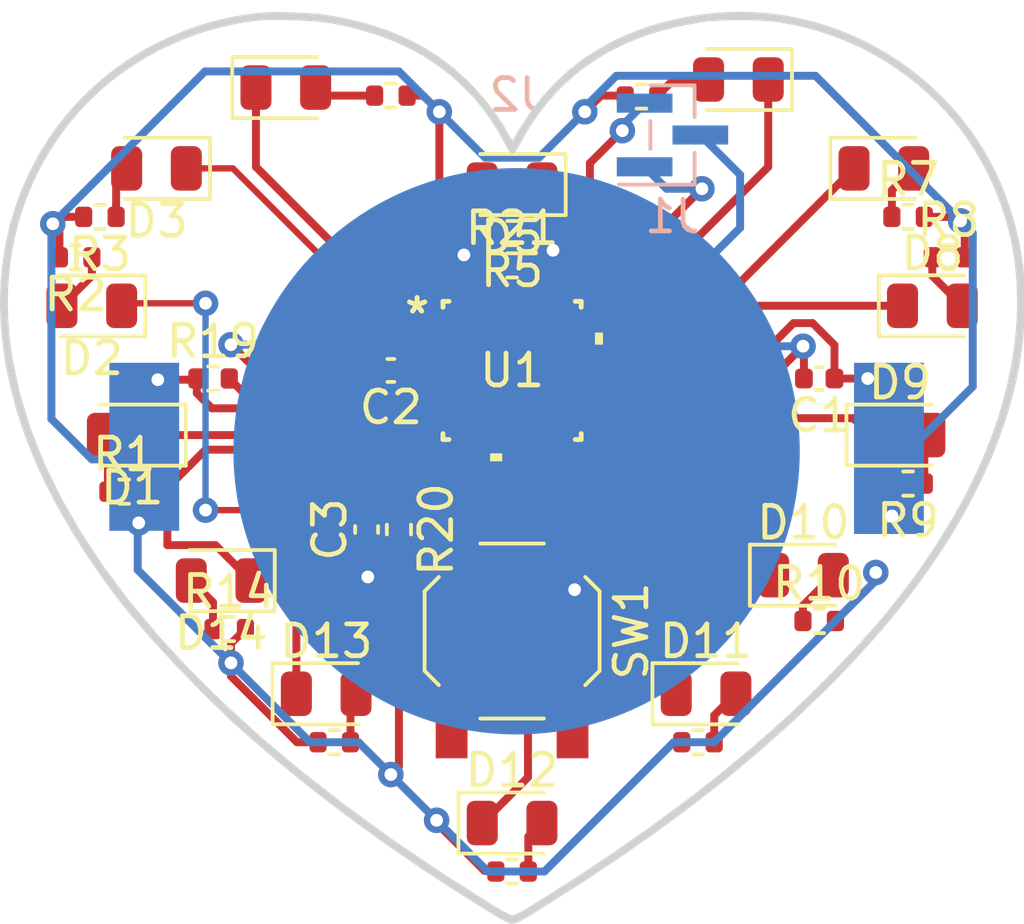
<source format=kicad_pcb>
(kicad_pcb (version 20211014) (generator pcbnew)
  (layers (0 "F.Cu" signal) (31 "B.Cu" signal) (34 "B.Paste" user) (35 "F.Paste" user) (36 "B.SilkS" user "B.Silkscreen") (37 "F.SilkS" user "F.Silkscreen") (38 "B.Mask" user) (39 "F.Mask" user) (44 "Edge.Cuts" user))
  (net 0 "")
  (net 1 "Net-(D1-Pad2)")
  (net 2 "Net-(D2-Pad2)")
  (net 3 "Net-(C3-Pad2)")
  (net 4 "Net-(D3-Pad2)")
  (net 5 "Net-(D4-Pad2)")
  (net 6 "Net-(D5-Pad2)")
  (net 7 "Net-(D6-Pad2)")
  (net 8 "Net-(D7-Pad2)")
  (net 9 "Net-(D8-Pad2)")
  (net 10 "Net-(D9-Pad2)")
  (net 11 "Net-(D10-Pad2)")
  (net 12 "Net-(D11-Pad2)")
  (net 13 "Net-(D12-Pad2)")
  (net 14 "Net-(D13-Pad2)")
  (net 15 "Net-(D14-Pad2)")
  (net 16 "+3V0")
  (net 17 "Net-(D3-Pad1)")
  (net 18 "Net-(D4-Pad1)")
  (net 19 "Net-(J1-Pad1)")
  (net 20 "GND")
  (net 21 "Net-(D1-Pad1)")
  (net 22 "Net-(D14-Pad1)")
  (net 23 "Net-(U1-Pad8)")
  (net 24 "Net-(U1-Pad20)")
  (net 25 "Net-(U1-Pad19)")
  (net 26 "Net-(U1-Pad18)")
  (net 27 "Net-(U1-Pad15)")
  (net 28 "Net-(U1-Pad14)")
  (net 29 "Net-(U1-Pad13)")
  (net 30 "Net-(J1-Pad3)")
  (net 31 "Net-(U1-Pad12)")
  (net 32 "Net-(D13-Pad1)")
  (net 33 "Net-(U1-Pad23)")
  (net 35 "Net-(C2-Pad1)")
  (net 36 "Net-(R21-Pad1)")
  (footprint "SamacSys_Parts:UFQFPN28-4x4mm" (layer "F.Cu") (at 106.934 92.71)
    (fp_text reference "U1")
    (fp_text value "STM32L031G6U6")
  )
  (footprint "Capacitor_SMD:C_0402_1005Metric" (layer "F.Cu") (at 102.362 97.71 90)
    (fp_text reference "C3")
    (fp_text value "100nF")
  )
  (footprint "Resistor_SMD:R_0402_1005Metric" (layer "F.Cu") (at 93.218 89.154 180)
    (fp_text reference "R2")
    (fp_text value "3.3k")
  )
  (footprint "Resistor_SMD:R_0402_1005Metric" (layer "F.Cu") (at 94.742 96.52)
    (fp_text reference "R1")
    (fp_text value "3.3k")
  )
  (footprint "Resistor_SMD:R_0402_1005Metric" (layer "F.Cu") (at 106.934 89.408)
    (fp_text reference "R21")
    (fp_text value "10k")
  )
  (footprint "Capacitor_SMD:C_0402_1005Metric" (layer "F.Cu") (at 103.124 92.71 180)
    (fp_text reference "C2")
    (fp_text value "100nF")
  )
  (footprint "Diode_SMD:D_0805_2012Metric" (layer "F.Cu") (at 120.142 90.678)
    (fp_text reference "D8")
    (fp_text value "LED")
  )
  (footprint "Resistor_SMD:R_0402_1005Metric" (layer "F.Cu") (at 103.378 97.71 -90)
    (fp_text reference "R20")
    (fp_text value "10k")
  )
  (footprint "Resistor_SMD:R_0402_1005Metric" (layer "F.Cu") (at 112.776 104.394 180)
    (fp_text reference "R11" hide)
    (fp_text value "3.3k")
  )
  (footprint "Resistor_SMD:R_0402_1005Metric" (layer "F.Cu") (at 116.586 100.584)
    (fp_text reference "R10")
    (fp_text value "3.3k")
  )
  (footprint "Resistor_SMD:R_0402_1005Metric" (layer "F.Cu") (at 93.98 87.884 180)
    (fp_text reference "R3")
    (fp_text value "3.3k")
  )
  (footprint "Resistor_SMD:R_0402_1005Metric" (layer "F.Cu") (at 106.934 108.458 180)
    (fp_text reference "R12" hide)
    (fp_text value "3.3k")
  )
  (footprint "Diode_SMD:D_0805_2012Metric" (layer "F.Cu") (at 95.758 86.36 180)
    (fp_text reference "D3")
    (fp_text value "LED")
  )
  (footprint "Resistor_SMD:R_0402_1005Metric" (layer "F.Cu") (at 106.934 88.392 180)
    (fp_text reference "R5")
    (fp_text value "3.3k")
  )
  (footprint "Resistor_SMD:R_0402_1005Metric" (layer "F.Cu") (at 98.044 100.838)
    (fp_text reference "R14")
    (fp_text value "3.3k")
  )
  (footprint "Resistor_SMD:R_0402_1005Metric" (layer "F.Cu") (at 120.65 89.154)
    (fp_text reference "R8")
    (fp_text value "3.3k")
  )
  (footprint "Diode_SMD:D_0805_2012Metric" (layer "F.Cu") (at 118.618 86.36)
    (fp_text reference "D7" hide)
    (fp_text value "LED")
  )
  (footprint "Resistor_SMD:R_0402_1005Metric" (layer "F.Cu") (at 101.346 104.394 180)
    (fp_text reference "R13" hide)
    (fp_text value "3.3k")
  )
  (footprint "Diode_SMD:D_0805_2012Metric" (layer "F.Cu") (at 106.934 106.934)
    (fp_text reference "D12")
    (fp_text value "LED")
  )
  (footprint "Diode_SMD:D_0805_2012Metric" (layer "F.Cu") (at 94.996 94.742 180)
    (fp_text reference "D1")
    (fp_text value "LED")
  )
  (footprint "Resistor_SMD:R_0402_1005Metric" (layer "F.Cu") (at 97.536 92.964)
    (fp_text reference "R19")
    (fp_text value "10k")
  )
  (footprint "Diode_SMD:D_0805_2012Metric" (layer "F.Cu") (at 93.726 90.678 180)
    (fp_text reference "D2")
    (fp_text value "LED")
  )
  (footprint "Diode_SMD:D_0805_2012Metric" (layer "F.Cu") (at 116.092 99.144)
    (fp_text reference "D10")
    (fp_text value "LED")
  )
  (footprint "Diode_SMD:D_0805_2012Metric" (layer "F.Cu") (at 106.934 86.868 180)
    (fp_text reference "D5")
    (fp_text value "LED")
  )
  (footprint "Resistor_SMD:R_0402_1005Metric" (layer "F.Cu") (at 111 84.1 180)
    (fp_text reference "R6" hide)
    (fp_text value "3.3k")
  )
  (footprint "Resistor_SMD:R_0402_1005Metric" (layer "F.Cu") (at 103.124 84.074)
    (fp_text reference "R4" hide)
    (fp_text value "3.3k")
  )
  (footprint "Diode_SMD:D_0805_2012Metric" (layer "F.Cu") (at 114.046 83.566 180)
    (fp_text reference "D6" hide)
    (fp_text value "LED")
  )
  (footprint "Diode_SMD:D_0805_2012Metric" (layer "F.Cu") (at 99.822 83.82)
    (fp_text reference "D4" hide)
    (fp_text value "LED")
  )
  (footprint "Resistor_SMD:R_0402_1005Metric" (layer "F.Cu") (at 119.38 87.884)
    (fp_text reference "R7")
    (fp_text value "3.3k")
  )
  (footprint "Button_Switch_SMD:SW_SPST_TL3342" (layer "F.Cu") (at 106.934 100.9 -90)
    (fp_text reference "SW1")
    (fp_text value "SW_DIP_x01")
  )
  (footprint "Diode_SMD:D_0805_2012Metric" (layer "F.Cu") (at 119.126 94.742)
    (fp_text reference "D9")
    (fp_text value "LED")
  )
  (footprint "Diode_SMD:D_0805_2012Metric" (layer "F.Cu") (at 97.79 99.314 180)
    (fp_text reference "D14")
    (fp_text value "LED")
  )
  (footprint "Diode_SMD:D_0805_2012Metric" (layer "F.Cu") (at 113.03 102.87)
    (fp_text reference "D11")
    (fp_text value "LED")
  )
  (footprint "Capacitor_SMD:C_0402_1005Metric" (layer "F.Cu") (at 116.586 92.964 180)
    (fp_text reference "C1")
    (fp_text value "100nF")
  )
  (footprint "Diode_SMD:D_0805_2012Metric" (layer "F.Cu") (at 101.092 102.87)
    (fp_text reference "D13")
    (fp_text value "LED")
  )
  (footprint "Resistor_SMD:R_0402_1005Metric" (layer "F.Cu") (at 119.38 96.266 180)
    (fp_text reference "R9")
    (fp_text value "3.3k")
  )
  (footprint "SamacSys_Parts:BatteryHolder_MPD_BC2003_1x2032" (layer "B.Cu") (at 107.075252 95.25 180)
    (fp_text reference "J2")
    (fp_text value "Conn_01x02_Female")
  )
  (footprint "Connector_PinHeader_1.00mm:PinHeader_1x03_P1.00mm_Vertical_SMD_Pin1Left" (layer "B.Cu") (at 111.975 85.31)
    (fp_text reference "J1")
    (fp_text value "Conn_01x03_Female")
  )
  (gr_poly (pts (xy 114.377306 81.440938) (xy 114.882259 81.472035) (xy 115.384043 81.532191) (xy 115.881406 81.620991) (xy 116.373093 81.73802) (xy 116.857851 81.882864) (xy 117.334428 82.055109) (xy 117.801568 82.254341) (xy 118.258018 82.480144) (xy 118.702525 82.732105) (xy 119.133835 83.009809) (xy 119.550695 83.312842) (xy 119.951851 83.640789) (xy 120.336049 83.993237) (xy 120.606483 84.267021) (xy 120.863201 84.549873) (xy 121.106166 84.841717) (xy 121.335342 85.142471) (xy 121.550691 85.452059) (xy 121.752178 85.7704) (xy 121.939765 86.097418) (xy 122.113415 86.433032) (xy 122.273093 86.777164) (xy 122.418761 87.129735) (xy 122.550382 87.490668) (xy 122.66792 87.859882) (xy 122.771338 88.2373) (xy 122.8606 88.622843) (xy 122.935668 89.016432) (xy 122.996506 89.417988) (xy 123.018199 89.651293) (xy 123.032423 89.950393) (xy 123.03943 90.294139) (xy 123.039472 90.661384) (xy 123.0328 91.030979) (xy 123.019667 91.381776) (xy 123.000323 91.692625) (xy 122.975021 91.942378) (xy 122.93229 92.2354) (xy 122.883259 92.526528) (xy 122.827839 92.816051) (xy 122.765942 93.104257) (xy 122.697478 93.391436) (xy 122.622357 93.677875) (xy 122.540492 93.963863) (xy 122.451791 94.249688) (xy 122.356168 94.535639) (xy 122.253531 94.822005) (xy 122.143793 95.109073) (xy 122.026863 95.397133) (xy 121.902654 95.686472) (xy 121.771074 95.97738) (xy 121.485451 96.565055) (xy 121.275145 96.965496) (xy 121.05362 97.364032) (xy 120.82065 97.760943) (xy 120.57601 98.156505) (xy 120.319474 98.550998) (xy 120.050816 98.944699) (xy 119.769811 99.337885) (xy 119.476233 99.730836) (xy 119.169857 100.123829) (xy 118.850458 100.517141) (xy 118.517809 100.911052) (xy 118.171686 101.305838) (xy 117.811862 101.701779) (xy 117.438112 102.099151) (xy 117.050211 102.498233) (xy 116.647933 102.899303) (xy 115.739149 103.765041) (xy 114.791678 104.611938) (xy 113.799056 105.444988) (xy 112.754822 106.269184) (xy 111.652513 107.08952) (xy 110.485669 107.910988) (xy 109.247825 108.738583) (xy 107.932522 109.577298) (xy 107.706519 109.717693) (xy 107.519623 109.831695) (xy 107.439425 109.879572) (xy 107.367304 109.921779) (xy 107.302694 109.958625) (xy 107.245029 109.990421) (xy 107.193742 110.017474) (xy 107.148266 110.040096) (xy 107.108036 110.058594) (xy 107.072484 110.07328) (xy 107.041045 110.084461) (xy 107.013151 110.092449) (xy 106.988236 110.097551) (xy 106.965735 110.100078) (xy 106.943036 110.100689) (xy 106.920102 110.099596) (xy 106.896192 110.096436) (xy 106.870566 110.090848) (xy 106.842486 110.082469) (xy 106.811212 110.070938) (xy 106.776004 110.055892) (xy 106.736122 110.03697) (xy 106.639381 109.986051) (xy 106.515071 109.915283) (xy 106.357275 109.821773) (xy 106.160078 109.702624) (xy 105.102592 109.039929) (xy 104.075611 108.367583) (xy 103.078758 107.685335) (xy 102.111656 106.992932) (xy 101.173926 106.290123) (xy 100.265192 105.576655) (xy 99.385076 104.852278) (xy 98.533199 104.11674) (xy 98.100075 103.721968) (xy 97.634221 103.277514) (xy 97.149233 102.797477) (xy 96.658706 102.295955) (xy 96.176235 101.787049) (xy 95.715416 101.284857) (xy 95.289845 100.803477) (xy 94.913117 100.35701) (xy 94.668058 100.052756) (xy 94.427331 99.742082) (xy 93.960764 99.104662) (xy 93.517192 98.45113) (xy 93.10039 97.787862) (xy 92.714137 97.121237) (xy 92.533646 96.788659) (xy 92.362208 96.457634) (xy 92.200295 96.128959) (xy 92.04838 95.80343) (xy 91.906933 95.481846) (xy 91.776429 95.165004) (xy 91.527209 94.492089) (xy 91.31661 93.823397) (xy 91.144563 93.159793) (xy 91.010999 92.502142) (xy 90.915851 91.851309) (xy 90.859051 91.208161) (xy 90.840529 90.573563) (xy 90.844802 90.437893) (xy 91.089228 90.437893) (xy 91.091341 90.825536) (xy 91.108455 91.217166) (xy 91.140597 91.612688) (xy 91.187792 92.012007) (xy 91.250067 92.415029) (xy 91.481812 93.482199) (xy 91.812466 94.554641) (xy 92.240984 95.631163) (xy 92.766323 96.710576) (xy 93.387438 97.791688) (xy 94.103286 98.873308) (xy 94.912822 99.954247) (xy 95.815005 101.033314) (xy 96.808788 102.109317) (xy 97.893129 103.181066) (xy 99.066984 104.247371) (xy 100.329309 105.307041) (xy 101.67906 106.358885) (xy 103.115194 107.401712) (xy 104.636667 108.434333) (xy 106.242434 109.455555) (xy 106.387005 109.544548) (xy 106.514791 109.620995) (xy 106.572495 109.654579) (xy 106.626128 109.685104) (xy 106.675733 109.712599) (xy 106.721352 109.737087) (xy 106.763027 109.758597) (xy 106.800799 109.777153) (xy 106.834711 109.792783) (xy 106.864804 109.805512) (xy 106.891121 109.815366) (xy 106.913703 109.822373) (xy 106.932592 109.826558) (xy 106.940665 109.8276) (xy 106.947831 109.827947) (xy 106.963787 109.826474) (xy 106.983498 109.822037) (xy 107.007028 109.814611) (xy 107.034439 109.804169) (xy 107.101157 109.774132) (xy 107.184157 109.731716) (xy 107.283941 109.676712) (xy 107.401013 109.60891) (xy 107.535877 109.528099) (xy 107.689035 109.434071) (xy 108.943243 108.640793) (xy 110.152217 107.836522) (xy 111.312348 107.024026) (xy 112.420027 106.206075) (xy 113.471646 105.385438) (xy 114.463597 104.564886) (xy 115.39227 103.747187) (xy 115.831749 103.340273) (xy 116.254056 102.935111) (xy 116.979539 102.211496) (xy 117.63889 101.521575) (xy 117.946389 101.186038) (xy 118.240503 100.855069) (xy 118.52228 100.527384) (xy 118.792769 100.201698) (xy 119.05302 99.876724) (xy 119.304081 99.551179) (xy 119.547002 99.223777) (xy 119.782831 98.893234) (xy 120.012618 98.558263) (xy 120.237411 98.217581) (xy 120.676214 97.51394) (xy 120.991645 96.967157) (xy 121.28254 96.417694) (xy 121.548698 95.866396) (xy 121.789922 95.314106) (xy 122.00601 94.761669) (xy 122.196764 94.20993) (xy 122.361985 93.659733) (xy 122.501473 93.111922) (xy 122.615029 92.567343) (xy 122.702453 92.026839) (xy 122.763547 91.491255) (xy 122.798111 90.961436) (xy 122.805946 90.438225) (xy 122.786851 89.922468) (xy 122.740629 89.415008) (xy 122.66708 88.916691) (xy 122.612569 88.637688) (xy 122.548554 88.359592) (xy 122.475265 88.082892) (xy 122.392934 87.808074) (xy 122.301791 87.535628) (xy 122.202066 87.26604) (xy 122.093992 86.999798) (xy 121.977797 86.737391) (xy 121.853715 86.479305) (xy 121.721974 86.22603) (xy 121.582806 85.978052) (xy 121.436441 85.735859) (xy 121.283111 85.49994) (xy 121.123047 85.270782) (xy 120.956478 85.048873) (xy 120.783636 84.8347) (xy 120.517349 84.531239) (xy 120.238468 84.241395) (xy 119.947492 83.965441) (xy 119.644918 83.703648) (xy 119.331246 83.45629) (xy 119.006974 83.223639) (xy 118.672599 83.005968) (xy 118.328621 82.803551) (xy 117.975537 82.616659) (xy 117.613846 82.445565) (xy 117.244045 82.290543) (xy 116.866634 82.151864) (xy 116.482111 82.029802) (xy 116.090973 81.92463) (xy 115.69372 81.83662) (xy 115.290849 81.766044) (xy 115.044424 81.737853) (xy 114.750835 81.71776) (xy 114.426027 81.705808) (xy 114.085945 81.702038) (xy 113.746534 81.706493) (xy 113.42374 81.719215) (xy 113.133508 81.740244) (xy 113.005586 81.753888) (xy 112.891784 81.769624) (xy 112.599713 81.818124) (xy 112.316915 81.87229) (xy 112.043265 81.932077) (xy 111.778636 81.997446) (xy 111.522903 82.068354) (xy 111.27594 82.144758) (xy 111.03762 82.226617) (xy 110.807819 82.31389) (xy 110.51343 82.438252) (xy 110.227837 82.573623) (xy 109.951109 82.719936) (xy 109.683313 82.877122) (xy 109.424518 83.045114) (xy 109.174792 83.223842) (xy 108.934203 83.413238) (xy 108.702819 83.613235) (xy 108.480708 83.823765) (xy 108.267939 84.044758) (xy 108.06458 84.276147) (xy 107.870699 84.517864) (xy 107.686365 84.769841) (xy 107.511644 85.032009) (xy 107.346606 85.3043) (xy 107.191319 85.586646) (xy 107.167538 85.631369) (xy 107.145756 85.671687) (xy 107.125788 85.707809) (xy 107.107452 85.739944) (xy 107.090563 85.768303) (xy 107.074939 85.793095) (xy 107.067543 85.804219) (xy 107.060395 85.81453) (xy 107.053471 85.824055) (xy 107.046748 85.832818) (xy 107.040203 85.840848) (xy 107.033814 85.848169) (xy 107.027557 85.854809) (xy 107.02141 85.860792) (xy 107.015349 85.866147) (xy 107.009352 85.870898) (xy 107.003396 85.875072) (xy 106.997457 85.878696) (xy 106.991513 85.881795) (xy 106.985541 85.884396) (xy 106.979518 85.886524) (xy 106.97342 85.888207) (xy 106.967226 85.88947) (xy 106.960911 85.89034) (xy 106.954454 85.890843) (xy 106.947831 85.891005) (xy 106.934707 85.890331) (xy 106.92206 85.888137) (xy 106.909696 85.88416) (xy 106.897422 85.878136) (xy 106.885043 85.869805) (xy 106.872364 85.858904) (xy 106.859193 85.845171) (xy 106.845334 85.828342) (xy 106.830595 85.808157) (xy 106.81478 85.784353) (xy 106.797695 85.756667) (xy 106.779148 85.724838) (xy 106.736886 85.647699) (xy 106.686441 85.550838) (xy 106.520976 85.24954) (xy 106.342939 84.959387) (xy 106.152512 84.680533) (xy 105.949881 84.413129) (xy 105.735227 84.157327) (xy 105.508735 83.913279) (xy 105.270588 83.681138) (xy 105.02097 83.461056) (xy 104.760064 83.253184) (xy 104.488055 83.057675) (xy 104.205125 82.874681) (xy 103.911458 82.704354) (xy 103.607238 82.546846) (xy 103.292649 82.40231) (xy 102.967873 82.270896) (xy 102.633094 82.152759) (xy 102.424959 82.086809) (xy 102.227525 82.027994) (xy 102.03672 81.975388) (xy 101.848474 81.92807) (xy 101.658719 81.885116) (xy 101.463382 81.845603) (xy 101.258394 81.808607) (xy 101.039685 81.773206) (xy 100.868518 81.753687) (xy 100.639151 81.735888) (xy 100.370927 81.720523) (xy 100.083192 81.708306) (xy 99.795289 81.699948) (xy 99.526562 81.696165) (xy 99.296355 81.697668) (xy 99.124013 81.705172) (xy 98.914115 81.724883) (xy 98.703499 81.750406) (xy 98.492368 81.781678) (xy 98.280928 81.818635) (xy 98.069383 81.861215) (xy 97.857937 81.909355) (xy 97.646796 81.962992) (xy 97.436164 82.022063) (xy 97.226245 82.086505) (xy 97.017244 82.156255) (xy 96.809365 82.231251) (xy 96.602813 82.311428) (xy 96.397793 82.396725) (xy 96.194509 82.487078) (xy 95.993166 82.582424) (xy 95.793968 82.682701) (xy 95.492506 82.845857) (xy 95.199195 83.01965) (xy 94.914213 83.203892) (xy 94.637739 83.398393) (xy 94.369951 83.602964) (xy 94.111027 83.817418) (xy 93.861146 84.041564) (xy 93.620486 84.275215) (xy 93.389226 84.518182) (xy 93.167542 84.770275) (xy 92.955615 85.031305) (xy 92.753623 85.301085) (xy 92.561742 85.579424) (xy 92.380153 85.866135) (xy 92.209034 86.161029) (xy 92.048561 86.463916) (xy 91.887393 86.801478) (xy 91.740936 87.144065) (xy 91.609219 87.491583) (xy 91.492267 87.843937) (xy 91.390106 88.201032) (xy 91.302763 88.562775) (xy 91.230263 88.929071) (xy 91.172634 89.299825) (xy 91.129901 89.674943) (xy 91.10209 90.05433) (xy 91.089228 90.437893) (xy 90.844802 90.437893) (xy 90.860218 89.948379) (xy 90.918051 89.333476) (xy 91.013958 88.729719) (xy 91.147871 88.137973) (xy 91.319722 87.559105) (xy 91.529444 86.993978) (xy 91.776967 86.44346) (xy 92.062224 85.908414) (xy 92.385147 85.389707) (xy 92.673619 84.985686) (xy 92.983759 84.59985) (xy 93.314492 84.232843) (xy 93.664741 83.885312) (xy 94.033433 83.557901) (xy 94.419492 83.251256) (xy 94.821842 82.966022) (xy 95.239408 82.702843) (xy 95.671115 82.462366) (xy 96.115888 82.245235) (xy 96.572651 82.052095) (xy 97.040329 81.883592) (xy 97.517847 81.74037) (xy 98.00413 81.623075) (xy 98.498103 81.532352) (xy 98.998689 81.468847) (xy 99.20637 81.454146) (xy 99.459704 81.447251) (xy 99.743922 81.447572) (xy 100.044253 81.454524) (xy 100.345926 81.467518) (xy 100.634172 81.485967) (xy 100.89422 81.509283) (xy 101.111299 81.536879) (xy 101.461086 81.597029) (xy 101.800282 81.666106) (xy 102.129125 81.744226) (xy 102.447849 81.831504) (xy 102.756692 81.928055) (xy 103.055889 82.033995) (xy 103.345676 82.149439) (xy 103.626289 82.274503) (xy 103.897965 82.409302) (xy 104.160939 82.553951) (xy 104.415447 82.708566) (xy 104.661726 82.873262) (xy 104.900011 83.048155) (xy 105.130538 83.23336) (xy 105.353544 83.428992) (xy 105.569264 83.635167) (xy 105.744557 83.814629) (xy 105.912843 83.997992) (xy 106.073491 84.184461) (xy 106.225874 84.373238) (xy 106.36936 84.563525) (xy 106.437571 84.658986) (xy 106.503321 84.754525) (xy 106.566533 84.850044) (xy 106.627128 84.945442) (xy 106.685027 85.040619) (xy 106.740151 85.135477) (xy 106.809925 85.259458) (xy 106.838238 85.309385) (xy 106.862622 85.351885) (xy 106.883418 85.387419) (xy 106.892577 85.402719) (xy 106.900967 85.41645) (xy 106.908631 85.42867) (xy 106.915611 85.439437) (xy 106.92195 85.44881) (xy 106.92769 85.456844) (xy 106.932874 85.463599) (xy 106.937544 85.469132) (xy 106.941744 85.473501) (xy 106.943681 85.475266) (xy 106.945516 85.476762) (xy 106.947255 85.477996) (xy 106.948903 85.478975) (xy 106.950464 85.479706) (xy 106.951946 85.480196) (xy 106.953352 85.480453) (xy 106.954689 85.480484) (xy 106.955961 85.480296) (xy 106.957175 85.479896) (xy 106.958334 85.479291) (xy 106.959445 85.478489) (xy 106.960513 85.477497) (xy 106.961543 85.476322) (xy 106.963511 85.473452) (xy 106.965392 85.469937) (xy 106.967228 85.465835) (xy 106.969063 85.461203) (xy 106.972896 85.45058) (xy 106.986329 85.420371) (xy 107.008521 85.377763) (xy 107.075281 85.261474) (xy 107.165372 85.113966) (xy 107.270989 84.947492) (xy 107.384326 84.774303) (xy 107.49758 84.606654) (xy 107.602945 84.456796) (xy 107.692616 84.336982) (xy 107.925975 84.05231) (xy 108.170904 83.782366) (xy 108.427478 83.527109) (xy 108.69577 83.286496) (xy 108.975852 83.060486) (xy 109.267799 82.849036) (xy 109.571685 82.652105) (xy 109.887581 82.469651) (xy 110.215562 82.301631) (xy 110.555702 82.148004) (xy 110.908073 82.008727) (xy 111.27275 81.88376) (xy 111.649805 81.773059) (xy 112.039312 81.676583) (xy 112.441345 81.594289) (xy 112.855976 81.526137) (xy 113.362911 81.467574) (xy 113.870439 81.439312)) (layer "Edge.Cuts") (width 0) (fill solid))
  (segment (start 94.232 94.9155) (end 94.0585 94.742) (width 0.25) (layer "F.Cu") (net 1))
  (segment (start 94.232 96.52) (end 94.232 94.9155) (width 0.25) (layer "F.Cu") (net 1))
  (segment (start 93.728 89.7385) (end 92.7885 90.678) (width 0.25) (layer "F.Cu") (net 2))
  (segment (start 93.728 89.154) (end 93.728 89.7385) (width 0.25) (layer "F.Cu") (net 2))
  (segment (start 102.392 97.2) (end 102.362 97.23) (width 0.25) (layer "F.Cu") (net 3))
  (segment (start 105.034 97.75) (end 105.05 97.75) (width 0.2) (layer "F.Cu") (net 3))
  (segment (start 103.378 97.2) (end 102.392 97.2) (width 0.25) (layer "F.Cu") (net 3))
  (segment (start 105.05 97.75) (end 106.434001 96.365999) (width 0.2) (layer "F.Cu") (net 3))
  (segment (start 103.928 97.75) (end 103.378 97.2) (width 0.2) (layer "F.Cu") (net 3))
  (segment (start 106.434001 96.365999) (end 106.434001 95.525999) (width 0.2) (layer "F.Cu") (net 3))
  (segment (start 105.034 97.75) (end 103.928 97.75) (width 0.2) (layer "F.Cu") (net 3))
  (segment (start 105.034 104.05) (end 105.034 97.75) (width 0.25) (layer "F.Cu") (net 3))
  (segment (start 106.434001 95.525999) (end 106.434001 94.6531) (width 0.25) (layer "F.Cu") (net 3))
  (segment (start 94.49 87.884) (end 94.49 86.6905) (width 0.25) (layer "F.Cu") (net 4))
  (segment (start 94.49 86.6905) (end 94.8205 86.36) (width 0.25) (layer "F.Cu") (net 4))
  (segment (start 101.0135 84.074) (end 100.7595 83.82) (width 0.25) (layer "F.Cu") (net 5))
  (segment (start 102.614 84.074) (end 101.0135 84.074) (width 0.25) (layer "F.Cu") (net 5))
  (segment (start 107.444 88.3155) (end 105.9965 86.868) (width 0.25) (layer "F.Cu") (net 6))
  (segment (start 107.444 88.392) (end 107.444 88.3155) (width 0.25) (layer "F.Cu") (net 6))
  (segment (start 113.1085 83.566) (end 112.016 83.566) (width 0.25) (layer "F.Cu") (net 7))
  (segment (start 112.016 83.566) (end 111.508 84.074) (width 0.25) (layer "F.Cu") (net 7))
  (segment (start 118.87 87.884) (end 118.87 87.0455) (width 0.25) (layer "F.Cu") (net 8))
  (segment (start 118.87 87.0455) (end 119.5555 86.36) (width 0.25) (layer "F.Cu") (net 8))
  (segment (start 120.14 89.154) (end 120.14 89.7385) (width 0.25) (layer "F.Cu") (net 9))
  (segment (start 120.14 89.7385) (end 121.0795 90.678) (width 0.25) (layer "F.Cu") (net 9))
  (segment (start 119.89 94.9155) (end 120.0635 94.742) (width 0.25) (layer "F.Cu") (net 10))
  (segment (start 119.89 96.266) (end 119.89 94.9155) (width 0.25) (layer "F.Cu") (net 10))
  (segment (start 116.076 100.0975) (end 117.0295 99.144) (width 0.25) (layer "F.Cu") (net 11))
  (segment (start 116.076 100.584) (end 116.076 100.0975) (width 0.25) (layer "F.Cu") (net 11))
  (segment (start 113.286 103.5515) (end 113.9675 102.87) (width 0.25) (layer "F.Cu") (net 12))
  (segment (start 113.286 104.394) (end 113.286 103.5515) (width 0.25) (layer "F.Cu") (net 12))
  (segment (start 107.444 107.3615) (end 107.8715 106.934) (width 0.25) (layer "F.Cu") (net 13))
  (segment (start 107.444 108.458) (end 107.444 107.3615) (width 0.25) (layer "F.Cu") (net 13))
  (segment (start 101.856 104.394) (end 101.856 103.0435) (width 0.25) (layer "F.Cu") (net 14))
  (segment (start 101.856 103.0435) (end 102.0295 102.87) (width 0.25) (layer "F.Cu") (net 14))
  (segment (start 97.534 100.838) (end 97.534 99.9955) (width 0.25) (layer "F.Cu") (net 15))
  (segment (start 97.534 99.9955) (end 96.8525 99.314) (width 0.25) (layer "F.Cu") (net 15))
  (segment (start 104.562 106.848) (end 104.562 106.968479) (width 0.2) (layer "F.Cu") (net 16))
  (segment (start 92.708 89.154) (end 92.708 88.308) (width 0.25) (layer "F.Cu") (net 16))
  (segment (start 100.174166 104.394) (end 100.836 104.394) (width 0.25) (layer "F.Cu") (net 16))
  (segment (start 104.562 106.968479) (end 106.051521 108.458) (width 0.2) (layer "F.Cu") (net 16))
  (segment (start 109.728 84.074) (end 109.22 84.582) (width 0.25) (layer "F.Cu") (net 16))
  (segment (start 103.634 84.074) (end 104.14 84.074) (width 0.25) (layer "F.Cu") (net 16))
  (segment (start 96.99 93) (end 97.026 92.964) (width 0.25) (layer "F.Cu") (net 16))
  (segment (start 104.648 87.023834) (end 106.016166 88.392) (width 0.25) (layer "F.Cu") (net 16))
  (segment (start 104.14 84.074) (end 104.648 84.582) (width 0.25) (layer "F.Cu") (net 16))
  (segment (start 104.282102 93.209999) (end 103.592101 93.9) (width 0.25) (layer "F.Cu") (net 16))
  (segment (start 106.016166 88.392) (end 106.424 88.392) (width 0.25) (layer "F.Cu") (net 16))
  (segment (start 104.66 86.9) (end 104.648 86.888) (width 0.2) (layer "F.Cu") (net 16))
  (segment (start 117.066 91.910695) (end 117.066 92.964) (width 0.25) (layer "F.Cu") (net 16))
  (segment (start 118.364 99.316) (end 118.364 99.06) (width 0.25) (layer "F.Cu") (net 16))
  (segment (start 116.378305 91.223) (end 117.066 91.910695) (width 0.25) (layer "F.Cu") (net 16))
  (segment (start 121.16 88.14) (end 121.031 88.011) (width 0.25) (layer "F.Cu") (net 16))
  (segment (start 104.648 84.582) (end 104.648 86.888) (width 0.25) (layer "F.Cu") (net 16))
  (segment (start 119.89 87.884) (end 120.904 87.884) (width 0.25) (layer "F.Cu") (net 16))
  (segment (start 95.8 93) (end 96.99 93) (width 0.25) (layer "F.Cu") (net 16))
  (segment (start 117.066 92.964) (end 118.11 92.964) (width 0.25) (layer "F.Cu") (net 16))
  (segment (start 98.1 101.9) (end 98.1 102.319834) (width 0.25) (layer "F.Cu") (net 16))
  (segment (start 113.790696 93.209999) (end 115.777695 91.223) (width 0.25) (layer "F.Cu") (net 16))
  (segment (start 103.124 105.41) (end 103.378 105.156) (width 0.25) (layer "F.Cu") (net 16))
  (segment (start 115.777695 91.223) (end 116.378305 91.223) (width 0.25) (layer "F.Cu") (net 16))
  (segment (start 104.648 90.9941) (end 104.8639 91.21) (width 0.2) (layer "F.Cu") (net 16))
  (segment (start 103.592101 93.9) (end 97.5 93.9) (width 0.25) (layer "F.Cu") (net 16))
  (segment (start 106.051521 108.458) (end 106.424 108.458) (width 0.2) (layer "F.Cu") (net 16))
  (segment (start 97.026 93.426) (end 97.026 92.964) (width 0.25) (layer "F.Cu") (net 16))
  (segment (start 97.5 93.9) (end 97.026 93.426) (width 0.25) (layer "F.Cu") (net 16))
  (segment (start 110.488 84.074) (end 109.728 84.074) (width 0.25) (layer "F.Cu") (net 16))
  (segment (start 95.252 97.448) (end 95.2 97.5) (width 0.25) (layer "F.Cu") (net 16))
  (segment (start 104.9909 93.209999) (end 104.282102 93.209999) (width 0.25) (layer "F.Cu") (net 16))
  (segment (start 104.648 86.888) (end 104.648 90.9941) (width 0.2) (layer "F.Cu") (net 16))
  (segment (start 108.8771 93.209999) (end 113.790696 93.209999) (width 0.25) (layer "F.Cu") (net 16))
  (segment (start 103.378 105.156) (end 103.378 98.22) (width 0.25) (layer "F.Cu") (net 16))
  (segment (start 118.872 96.268) (end 118.87 96.266) (width 0.2) (layer "F.Cu") (net 16))
  (segment (start 92.708 88.308) (end 92.5 88.1) (width 0.25) (layer "F.Cu") (net 16))
  (segment (start 118.872 97.282) (end 118.872 96.268) (width 0.2) (layer "F.Cu") (net 16))
  (segment (start 104.648 86.888) (end 104.648 87.023834) (width 0.25) (layer "F.Cu") (net 16))
  (segment (start 95.252 96.52) (end 95.252 97.448) (width 0.25) (layer "F.Cu") (net 16))
  (segment (start 98.1 101.9) (end 98.1 101.292) (width 0.25) (layer "F.Cu") (net 16))
  (segment (start 92.716 87.884) (end 92.5 88.1) (width 0.25) (layer "F.Cu") (net 16))
  (segment (start 120.904 87.884) (end 121.031 88.011) (width 0.25) (layer "F.Cu") (net 16))
  (segment (start 98.1 101.292) (end 98.554 100.838) (width 0.25) (layer "F.Cu") (net 16))
  (segment (start 93.47 87.884) (end 92.716 87.884) (width 0.25) (layer "F.Cu") (net 16))
  (segment (start 98.1 102.319834) (end 100.174166 104.394) (width 0.25) (layer "F.Cu") (net 16))
  (segment (start 117.096 100.584) (end 118.364 99.316) (width 0.25) (layer "F.Cu") (net 16))
  (segment (start 121.16 89.154) (end 121.16 88.14) (width 0.25) (layer "F.Cu") (net 16))
  (via (at 118.364 99.06) (size 0.8) (drill 0.4) (layers "F.Cu" "B.Cu") (net 16))
  (via (at 98.1 101.9) (size 0.8) (drill 0.4) (layers "F.Cu" "B.Cu") (net 16))
  (via (at 95.8 93) (size 0.8) (drill 0.4) (layers "F.Cu" "B.Cu") (net 16))
  (via (at 104.562 106.848) (size 0.8) (drill 0.4) (layers "F.Cu" "B.Cu") (net 16))
  (via (at 103.124 105.41) (size 0.8) (drill 0.4) (layers "F.Cu" "B.Cu") (net 16))
  (via (at 92.5 88.1) (size 0.8) (drill 0.4) (layers "F.Cu" "B.Cu") (net 16))
  (via (at 121.031 88.011) (size 0.8) (drill 0.4) (layers "F.Cu" "B.Cu") (net 16))
  (via (at 109.22 84.582) (size 0.8) (drill 0.4) (layers "F.Cu" "B.Cu") (net 16))
  (via (at 118.11 92.964) (size 0.8) (drill 0.4) (layers "F.Cu" "B.Cu") (net 16))
  (via (at 104.648 84.582) (size 0.8) (drill 0.4) (layers "F.Cu" "B.Cu") (net 16))
  (via (at 95.2 97.5) (size 0.8) (drill 0.4) (layers "F.Cu" "B.Cu") (net 16))
  (via (at 118.872 97.282) (size 0.8) (drill 0.4) (layers "F.Cu" "B.Cu") (net 16))
  (segment (start 109.22 84.582) (end 107.777 86.025) (width 0.25) (layer "B.Cu") (net 16))
  (segment (start 107.777 86.025) (end 106.091 86.025) (width 0.25) (layer "B.Cu") (net 16))
  (segment (start 116.47 83.45) (end 110.21 83.45) (width 0.25) (layer "B.Cu") (net 16))
  (segment (start 103.378 83.312) (end 97.282 83.312) (width 0.25) (layer "B.Cu") (net 16))
  (segment (start 119.38 95.25) (end 121.412 93.218) (width 0.25) (layer "B.Cu") (net 16))
  (segment (start 118.364 99.314) (end 118.364 99.06) (width 0.25) (layer "B.Cu") (net 16))
  (segment (start 107.95 108.458) (end 112.014 104.394) (width 0.25) (layer "B.Cu") (net 16))
  (segment (start 106.091 86.025) (end 103.378 83.312) (width 0.25) (layer "B.Cu") (net 16))
  (segment (start 106.172 108.458) (end 107.95 108.458) (width 0.25) (layer "B.Cu") (net 16))
  (segment (start 121.412 93.218) (end 121.412 88.392) (width 0.25) (layer "B.Cu") (net 16))
  (segment (start 100.584 104.394) (end 95.170252 98.980252) (width 0.25) (layer "B.Cu") (net 16))
  (segment (start 118.980252 95.25) (end 119.38 95.25) (width 0.25) (layer "B.Cu") (net 16))
  (segment (start 92.456 94.234) (end 93.726 95.504) (width 0.25) (layer "B.Cu") (net 16))
  (segment (start 92.456 88.138) (end 92.456 94.234) (width 0.25) (layer "B.Cu") (net 16))
  (segment (start 104.562 106.848) (end 102.108 104.394) (width 0.25) (layer "B.Cu") (net 16))
  (segment (start 110.21 83.45) (end 109.22 84.44) (width 0.25) (layer "B.Cu") (net 16))
  (segment (start 102.108 104.394) (end 100.584 104.394) (width 0.25) (layer "B.Cu") (net 16))
  (segment (start 112.014 104.394) (end 113.284 104.394) (width 0.25) (layer "B.Cu") (net 16))
  (segment (start 93.726 95.504) (end 94.916252 95.504) (width 0.25) (layer "B.Cu") (net 16))
  (segment (start 104.562 106.848) (end 106.172 108.458) (width 0.25) (layer "B.Cu") (net 16))
  (segment (start 95.170252 98.980252) (end 95.170252 95.25) (width 0.25) (layer "B.Cu") (net 16))
  (segment (start 113.284 104.394) (end 118.364 99.314) (width 0.25) (layer "B.Cu") (net 16))
  (segment (start 121.412 88.392) (end 121.031 88.011) (width 0.25) (layer "B.Cu") (net 16))
  (segment (start 109.22 84.44) (end 109.22 84.582) (width 0.25) (layer "B.Cu") (net 16))
  (segment (start 94.916252 95.504) (end 95.170252 95.25) (width 0.25) (layer "B.Cu") (net 16))
  (segment (start 97.282 83.312) (end 92.456 88.138) (width 0.25) (layer "B.Cu") (net 16))
  (segment (start 121.031 88.011) (end 116.47 83.45) (width 0.25) (layer "B.Cu") (net 16))
  (segment (start 104.130001 92.210001) (end 103.94 92.02) (width 0.2) (layer "F.Cu") (net 17))
  (segment (start 98.16 86.36) (end 103.82 92.02) (width 0.2) (layer "F.Cu") (net 17))
  (segment (start 104.9909 92.210001) (end 104.130001 92.210001) (width 0.2) (layer "F.Cu") (net 17))
  (segment (start 96.6955 86.36) (end 98.16 86.36) (width 0.2) (layer "F.Cu") (net 17))
  (segment (start 103.82 92.02) (end 103.94 92.02) (width 0.2) (layer "F.Cu") (net 17))
  (segment (start 98.8845 83.82) (end 98.8845 86.3124) (width 0.25) (layer "F.Cu") (net 18))
  (segment (start 104.282099 91.709999) (end 104.9909 91.709999) (width 0.25) (layer "F.Cu") (net 18))
  (segment (start 98.8845 86.3124) (end 104.282099 91.709999) (width 0.25) (layer "F.Cu") (net 18))
  (segment (start 109.0041 91.21) (end 109.0041 90.8959) (width 0.25) (layer "F.Cu") (net 19))
  (segment (start 109.0041 90.8959) (end 112.9 87) (width 0.25) (layer "F.Cu") (net 19))
  (via (at 112.9 87) (size 0.8) (drill 0.4) (layers "F.Cu" "B.Cu") (net 19))
  (segment (start 111.79 87) (end 111.1 86.31) (width 0.25) (layer "B.Cu") (net 19))
  (segment (start 112.9 87) (end 111.79 87) (width 0.25) (layer "B.Cu") (net 19))
  (segment (start 108.220662 88.934436) (end 107.917564 88.934436) (width 0.25) (layer "F.Cu") (net 20))
  (segment (start 102.644 92.71) (end 98.91 92.71) (width 0.25) (layer "F.Cu") (net 20))
  (segment (start 108.8771 93.710001) (end 114.315999 93.710001) (width 0.25) (layer "F.Cu") (net 20))
  (segment (start 116.106 92.964) (end 116.106 91.976) (width 0.25) (layer "F.Cu") (net 20))
  (segment (start 116.106 91.976) (end 116.078 91.948) (width 0.25) (layer "F.Cu") (net 20))
  (segment (start 102.362 98.19) (end 102.362 99.162) (width 0.25) (layer "F.Cu") (net 20))
  (segment (start 114.315999 93.710001) (end 116.078 91.948) (width 0.25) (layer "F.Cu") (net 20))
  (segment (start 108.834 97.75) (end 108.834 99.534) (width 0.25) (layer "F.Cu") (net 20))
  (segment (start 105.434 89.094) (end 105.42 89.08) (width 0.25) (layer "F.Cu") (net 20))
  (segment (start 107.917564 88.934436) (end 107.444 89.408) (width 0.25) (layer "F.Cu") (net 20))
  (segment (start 108.834 104.05) (end 108.834 99.666) (width 0.25) (layer "F.Cu") (net 20))
  (segment (start 98.91 92.71) (end 98.1 91.9) (width 0.25) (layer "F.Cu") (net 20))
  (segment (start 108.834 99.666) (end 108.9 99.6) (width 0.25) (layer "F.Cu") (net 20))
  (segment (start 102.362 99.162) (end 102.4 99.2) (width 0.25) (layer "F.Cu") (net 20))
  (segment (start 105.434 90.6399) (end 105.434 89.094) (width 0.25) (layer "F.Cu") (net 20))
  (segment (start 108.834 99.534) (end 108.9 99.6) (width 0.25) (layer "F.Cu") (net 20))
  (via (at 102.4 99.2) (size 0.8) (drill 0.4) (layers "F.Cu" "B.Cu") (net 20))
  (via (at 108.220662 88.934436) (size 0.8) (drill 0.4) (layers "F.Cu" "B.Cu") (net 20))
  (via (at 98.1 91.9) (size 0.8) (drill 0.4) (layers "F.Cu" "B.Cu") (net 20))
  (via (at 108.9 99.6) (size 0.8) (drill 0.4) (layers "F.Cu" "B.Cu") (net 20))
  (via (at 105.42 89.08) (size 0.8) (drill 0.4) (layers "F.Cu" "B.Cu") (net 20))
  (via (at 116.078 91.948) (size 0.8) (drill 0.4) (layers "F.Cu" "B.Cu") (net 20))
  (segment (start 103.725252 91.9) (end 107.075252 95.25) (width 0.25) (layer "B.Cu") (net 20))
  (segment (start 116.078 91.948) (end 110.377252 91.948) (width 0.25) (layer "B.Cu") (net 20))
  (segment (start 110.377252 91.948) (end 107.075252 95.25) (width 0.25) (layer "B.Cu") (net 20))
  (segment (start 109.3 90.013774) (end 109.3 93.025252) (width 0.25) (layer "B.Cu") (net 20))
  (segment (start 114.1 88.225252) (end 114.1 86.56) (width 0.25) (layer "B.Cu") (net 20))
  (segment (start 109.3 93.025252) (end 107.075252 95.25) (width 0.25) (layer "B.Cu") (net 20))
  (segment (start 107.075252 95.25) (end 114.1 88.225252) (width 0.25) (layer "B.Cu") (net 20))
  (segment (start 98.1 91.9) (end 103.725252 91.9) (width 0.25) (layer "B.Cu") (net 20))
  (segment (start 114.1 86.56) (end 112.85 85.31) (width 0.25) (layer "B.Cu") (net 20))
  (segment (start 108.220662 88.934436) (end 109.3 90.013774) (width 0.25) (layer "B.Cu") (net 20))
  (segment (start 104.418496 93.710001) (end 104.9909 93.710001) (width 0.25) (layer "F.Cu") (net 21))
  (segment (start 103.386497 94.742) (end 104.418496 93.710001) (width 0.25) (layer "F.Cu") (net 21))
  (segment (start 95.9335 94.742) (end 103.386497 94.742) (width 0.25) (layer "F.Cu") (net 21))
  (segment (start 96.1 98.2) (end 96.1 96.4) (width 0.25) (layer "F.Cu") (net 22))
  (segment (start 98.7275 99.314) (end 97.6135 98.2) (width 0.25) (layer "F.Cu") (net 22))
  (segment (start 96.1 96.4) (end 97.3 95.2) (width 0.25) (layer "F.Cu") (net 22))
  (segment (start 97.3 95.2) (end 103.8739 95.2) (width 0.25) (layer "F.Cu") (net 22))
  (segment (start 103.8739 95.2) (end 104.8639 94.21) (width 0.25) (layer "F.Cu") (net 22))
  (segment (start 97.6135 98.2) (end 96.1 98.2) (width 0.25) (layer "F.Cu") (net 22))
  (segment (start 97.3 90.6) (end 94.7415 90.6) (width 0.2) (layer "F.Cu") (net 23))
  (segment (start 99.4 97.1) (end 100.7 95.8) (width 0.2) (layer "F.Cu") (net 23))
  (segment (start 100.7 95.8) (end 105.1 95.8) (width 0.2) (layer "F.Cu") (net 23))
  (segment (start 97.3 97.1) (end 99.4 97.1) (width 0.2) (layer "F.Cu") (net 23))
  (segment (start 105.434 94.7801) (end 105.434 95.466) (width 0.25) (layer "F.Cu") (net 23))
  (segment (start 105.434 95.466) (end 105.1 95.8) (width 0.25) (layer "F.Cu") (net 23))
  (segment (start 94.7415 90.6) (end 94.6635 90.678) (width 0.2) (layer "F.Cu") (net 23))
  (via (at 97.3 97.1) (size 0.8) (drill 0.4) (layers "F.Cu" "B.Cu") (net 23))
  (via (at 97.3 90.6) (size 0.8) (drill 0.4) (layers "F.Cu" "B.Cu") (net 23))
  (segment (start 97.3 97.1) (end 97.3 90.6) (width 0.2) (layer "B.Cu") (net 23))
  (segment (start 109.585901 91.709999) (end 114.9835 86.3124) (width 0.25) (layer "F.Cu") (net 24))
  (segment (start 108.8771 91.709999) (end 109.585901 91.709999) (width 0.25) (layer "F.Cu") (net 24))
  (segment (start 114.9835 86.3124) (end 114.9835 83.566) (width 0.25) (layer "F.Cu") (net 24))
  (segment (start 111.830499 92.210001) (end 117.6805 86.36) (width 0.25) (layer "F.Cu") (net 25))
  (segment (start 108.8771 92.210001) (end 111.830499 92.210001) (width 0.25) (layer "F.Cu") (net 25))
  (segment (start 108.8771 92.71) (end 111.966896 92.71) (width 0.25) (layer "F.Cu") (net 26))
  (segment (start 111.966896 92.71) (end 113.998896 90.678) (width 0.25) (layer "F.Cu") (net 26))
  (segment (start 113.998896 90.678) (end 119.2045 90.678) (width 0.25) (layer "F.Cu") (net 26))
  (segment (start 117.6565 94.21) (end 118.1885 94.742) (width 0.25) (layer "F.Cu") (net 27))
  (segment (start 109.0041 94.21) (end 117.6565 94.21) (width 0.25) (layer "F.Cu") (net 27))
  (segment (start 108.434 94.7801) (end 110.7906 94.7801) (width 0.25) (layer "F.Cu") (net 28))
  (segment (start 110.7906 94.7801) (end 115.1545 99.144) (width 0.25) (layer "F.Cu") (net 28))
  (segment (start 107.9621 95.39) (end 110.764104 95.39) (width 0.25) (layer "F.Cu") (net 29))
  (segment (start 112.0925 96.718396) (end 112.0925 102.87) (width 0.25) (layer "F.Cu") (net 29))
  (segment (start 107.934001 95.361901) (end 107.9621 95.39) (width 0.25) (layer "F.Cu") (net 29))
  (segment (start 110.764104 95.39) (end 112.0925 96.718396) (width 0.25) (layer "F.Cu") (net 29))
  (segment (start 107.934001 94.6531) (end 107.934001 95.361901) (width 0.25) (layer "F.Cu") (net 29))
  (segment (start 110.4 85.174498) (end 109.38 86.194498) (width 0.25) (layer "F.Cu") (net 30))
  (segment (start 109.38 89.6939) (end 108.434 90.6399) (width 0.25) (layer "F.Cu") (net 30))
  (segment (start 109.38 86.194498) (end 109.38 89.6939) (width 0.25) (layer "F.Cu") (net 30))
  (via (at 110.4 85.174498) (size 0.8) (drill 0.4) (layers "F.Cu" "B.Cu") (net 30))
  (segment (start 110.4 85.01) (end 111.1 84.31) (width 0.25) (layer "B.Cu") (net 30))
  (segment (start 110.4 85.174498) (end 110.4 85.01) (width 0.25) (layer "B.Cu") (net 30))
  (segment (start 107.433999 105.496501) (end 105.9965 106.934) (width 0.25) (layer "F.Cu") (net 31))
  (segment (start 107.433999 94.6531) (end 107.433999 105.496501) (width 0.25) (layer "F.Cu") (net 31))
  (segment (start 100.1545 102.87) (end 100.1545 97.9455) (width 0.25) (layer "F.Cu") (net 32))
  (segment (start 105.225 96.575) (end 105.933999 95.866001) (width 0.25) (layer "F.Cu") (net 32))
  (segment (start 100.1545 97.9455) (end 101.525 96.575) (width 0.25) (layer "F.Cu") (net 32))
  (segment (start 105.933999 95.866001) (end 105.933999 94.6531) (width 0.25) (layer "F.Cu") (net 32))
  (segment (start 101.525 96.575) (end 105.225 96.575) (width 0.25) (layer "F.Cu") (net 32))
  (segment (start 108.41236 90.0605) (end 108.955 89.51786) (width 0.2) (layer "F.Cu") (net 33))
  (segment (start 108.955 88.678824) (end 107.8715 87.595324) (width 0.2) (layer "F.Cu") (net 33))
  (segment (start 107.8715 87.595324) (end 107.8715 86.868) (width 0.2) (layer "F.Cu") (net 33))
  (segment (start 107.934001 90.7669) (end 107.934001 90.108099) (width 0.2) (layer "F.Cu") (net 33))
  (segment (start 108.955 89.51786) (end 108.955 88.678824) (width 0.2) (layer "F.Cu") (net 33))
  (segment (start 107.9816 90.0605) (end 108.41236 90.0605) (width 0.2) (layer "F.Cu") (net 33))
  (segment (start 107.934001 90.108099) (end 107.9816 90.0605) (width 0.2) (layer "F.Cu") (net 33))
  (segment (start 98.046 92.964) (end 98.427 93.345) (width 0.25) (layer "F.Cu") (net 35))
  (segment (start 98.427 93.345) (end 103.355 93.345) (width 0.25) (layer "F.Cu") (net 35))
  (segment (start 103.355 93.345) (end 103.604 93.096) (width 0.25) (layer "F.Cu") (net 35))
  (segment (start 103.604 93.096) (end 103.604 92.71) (width 0.25) (layer "F.Cu") (net 35))
  (segment (start 103.604 92.71) (end 104.9909 92.71) (width 0.25) (layer "F.Cu") (net 35))
  (segment (start 105.933999 89.898001) (end 106.424 89.408) (width 0.25) (layer "F.Cu") (net 36))
  (segment (start 105.933999 90.7669) (end 105.933999 89.898001) (width 0.25) (layer "F.Cu") (net 36))
)
</source>
